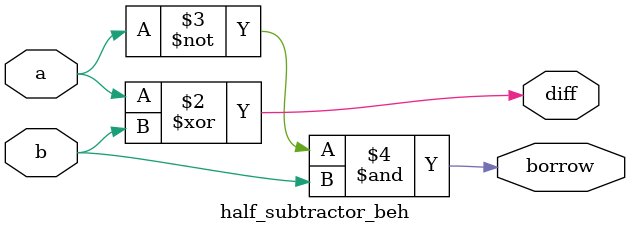
<source format=v>
module half_subtractor_df (
    input  a, b,
    output diff, borrow
);
    assign diff   = a ^ b;
    assign borrow = (~a) & b;
endmodule

// half adder using behavioral modelign 
module half_subtractor_beh (
    input  a, b,
    output reg diff, borrow
);
    always @(*) begin
        diff   = a ^ b;
        borrow = (~a) & b;
    end
endmodule

</source>
